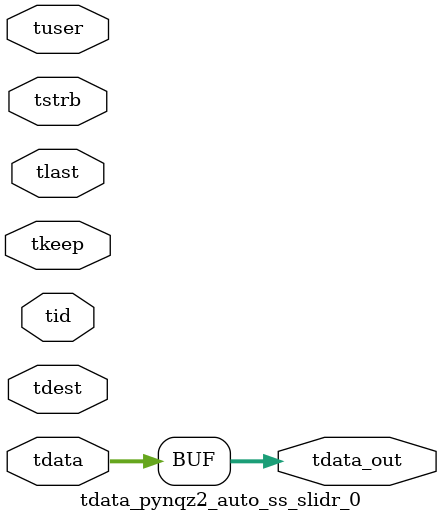
<source format=v>


`timescale 1ps/1ps

module tdata_pynqz2_auto_ss_slidr_0 #
(
parameter C_S_AXIS_TDATA_WIDTH = 32,
parameter C_S_AXIS_TUSER_WIDTH = 0,
parameter C_S_AXIS_TID_WIDTH   = 0,
parameter C_S_AXIS_TDEST_WIDTH = 0,
parameter C_M_AXIS_TDATA_WIDTH = 32
)
(
input  [(C_S_AXIS_TDATA_WIDTH == 0 ? 1 : C_S_AXIS_TDATA_WIDTH)-1:0     ] tdata,
input  [(C_S_AXIS_TUSER_WIDTH == 0 ? 1 : C_S_AXIS_TUSER_WIDTH)-1:0     ] tuser,
input  [(C_S_AXIS_TID_WIDTH   == 0 ? 1 : C_S_AXIS_TID_WIDTH)-1:0       ] tid,
input  [(C_S_AXIS_TDEST_WIDTH == 0 ? 1 : C_S_AXIS_TDEST_WIDTH)-1:0     ] tdest,
input  [(C_S_AXIS_TDATA_WIDTH/8)-1:0 ] tkeep,
input  [(C_S_AXIS_TDATA_WIDTH/8)-1:0 ] tstrb,
input                                                                    tlast,
output [C_M_AXIS_TDATA_WIDTH-1:0] tdata_out
);

assign tdata_out = {tdata[63:0]};

endmodule


</source>
